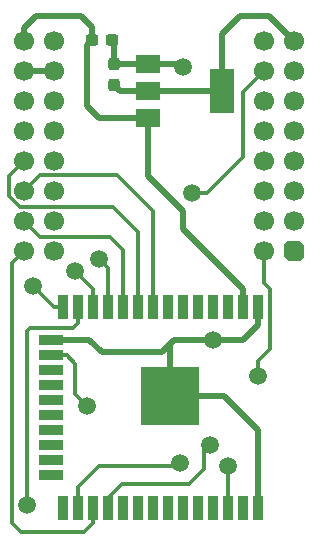
<source format=gbr>
%TF.GenerationSoftware,KiCad,Pcbnew,(6.0.1)*%
%TF.CreationDate,2022-11-17T23:20:32+08:00*%
%TF.ProjectId,ESP32_Adapter,45535033-325f-4416-9461-707465722e6b,rev?*%
%TF.SameCoordinates,Original*%
%TF.FileFunction,Copper,L1,Top*%
%TF.FilePolarity,Positive*%
%FSLAX46Y46*%
G04 Gerber Fmt 4.6, Leading zero omitted, Abs format (unit mm)*
G04 Created by KiCad (PCBNEW (6.0.1)) date 2022-11-17 23:20:32*
%MOMM*%
%LPD*%
G01*
G04 APERTURE LIST*
G04 Aperture macros list*
%AMRoundRect*
0 Rectangle with rounded corners*
0 $1 Rounding radius*
0 $2 $3 $4 $5 $6 $7 $8 $9 X,Y pos of 4 corners*
0 Add a 4 corners polygon primitive as box body*
4,1,4,$2,$3,$4,$5,$6,$7,$8,$9,$2,$3,0*
0 Add four circle primitives for the rounded corners*
1,1,$1+$1,$2,$3*
1,1,$1+$1,$4,$5*
1,1,$1+$1,$6,$7*
1,1,$1+$1,$8,$9*
0 Add four rect primitives between the rounded corners*
20,1,$1+$1,$2,$3,$4,$5,0*
20,1,$1+$1,$4,$5,$6,$7,0*
20,1,$1+$1,$6,$7,$8,$9,0*
20,1,$1+$1,$8,$9,$2,$3,0*%
%AMFreePoly0*
4,1,19,-0.850000,0.510000,-0.510000,0.850000,0.255000,0.850000,0.408997,0.829726,0.552500,0.770285,0.675729,0.675729,0.770285,0.552500,0.829726,0.408997,0.850000,0.255000,0.850000,-0.510000,0.510000,-0.850000,-0.255000,-0.850000,-0.408997,-0.829726,-0.552500,-0.770285,-0.675729,-0.675729,-0.770285,-0.552500,-0.829726,-0.408997,-0.850000,-0.255000,-0.850000,0.510000,-0.850000,0.510000,
$1*%
G04 Aperture macros list end*
%TA.AperFunction,ComponentPad*%
%ADD10FreePoly0,180.000000*%
%TD*%
%TA.AperFunction,ComponentPad*%
%ADD11C,1.700000*%
%TD*%
%TA.AperFunction,SMDPad,CuDef*%
%ADD12R,0.900000X2.000000*%
%TD*%
%TA.AperFunction,SMDPad,CuDef*%
%ADD13R,2.000000X0.900000*%
%TD*%
%TA.AperFunction,SMDPad,CuDef*%
%ADD14R,5.000000X5.000000*%
%TD*%
%TA.AperFunction,SMDPad,CuDef*%
%ADD15RoundRect,0.237500X0.237500X-0.300000X0.237500X0.300000X-0.237500X0.300000X-0.237500X-0.300000X0*%
%TD*%
%TA.AperFunction,SMDPad,CuDef*%
%ADD16RoundRect,0.237500X-0.300000X-0.237500X0.300000X-0.237500X0.300000X0.237500X-0.300000X0.237500X0*%
%TD*%
%TA.AperFunction,SMDPad,CuDef*%
%ADD17R,2.000000X1.500000*%
%TD*%
%TA.AperFunction,SMDPad,CuDef*%
%ADD18R,2.000000X3.800000*%
%TD*%
%TA.AperFunction,ViaPad*%
%ADD19C,1.500000*%
%TD*%
%TA.AperFunction,Conductor*%
%ADD20C,0.300000*%
%TD*%
%TA.AperFunction,Conductor*%
%ADD21C,0.500000*%
%TD*%
G04 APERTURE END LIST*
D10*
%TO.P,S2m1,1,EN*%
%TO.N,unconnected-(S2m1-Pad1)*%
X115824000Y-90002000D03*
D11*
%TO.P,S2m1,2,GPIO3*%
%TO.N,unconnected-(S2m1-Pad2)*%
X115824000Y-87462000D03*
%TO.P,S2m1,3,GPIO5*%
%TO.N,unconnected-(S2m1-Pad3)*%
X115824000Y-84922000D03*
%TO.P,S2m1,4,GPIO7*%
%TO.N,unconnected-(S2m1-Pad4)*%
X115824000Y-82382000D03*
%TO.P,S2m1,5,GPIO9*%
%TO.N,unconnected-(S2m1-Pad5)*%
X115824000Y-79842000D03*
%TO.P,S2m1,6,GPIO11*%
%TO.N,BTN_NEXT*%
X115824000Y-77302000D03*
%TO.P,S2m1,7,GPIO12*%
%TO.N,MT_SDA*%
X115824000Y-74762000D03*
%TO.P,S2m1,8,3V3*%
%TO.N,+3V3*%
X115824000Y-72222000D03*
%TO.P,S2m1,9,VBUS*%
%TO.N,+5V*%
X92964000Y-72222000D03*
%TO.P,S2m1,10,GND*%
%TO.N,GND*%
X92964000Y-74762000D03*
%TO.P,S2m1,11,XTAL_32K_N*%
%TO.N,unconnected-(S2m1-Pad11)*%
X92964000Y-77302000D03*
%TO.P,S2m1,12,DAC_2*%
%TO.N,unconnected-(S2m1-Pad12)*%
X92964000Y-79842000D03*
%TO.P,S2m1,13,GPIO33*%
%TO.N,WL*%
X92964000Y-82382000D03*
%TO.P,S2m1,14,GPIO35*%
%TO.N,VL*%
X92964000Y-84922000D03*
%TO.P,S2m1,15,GPIO37*%
%TO.N,UL*%
X92964000Y-87462000D03*
%TO.P,S2m1,16,MTCK*%
%TO.N,SERIAL_TX*%
X92964000Y-90002000D03*
%TO.P,S2m1,17,GPIO1*%
%TO.N,SERIAL_RX*%
X113284000Y-90002000D03*
%TO.P,S2m1,18,GPIO2*%
%TO.N,unconnected-(S2m1-Pad18)*%
X113284000Y-87462000D03*
%TO.P,S2m1,19,GPIO4*%
%TO.N,MT_CSN*%
X113284000Y-84922000D03*
%TO.P,S2m1,20,GPIO6*%
%TO.N,unconnected-(S2m1-Pad20)*%
X113284000Y-82382000D03*
%TO.P,S2m1,21,GPIO8*%
%TO.N,unconnected-(S2m1-Pad21)*%
X113284000Y-79842000D03*
%TO.P,S2m1,22,GPIO10*%
%TO.N,unconnected-(S2m1-Pad22)*%
X113284000Y-77302000D03*
%TO.P,S2m1,23,GPIO13*%
%TO.N,MT_SCL*%
X113284000Y-74762000D03*
%TO.P,S2m1,24,GPIO14*%
%TO.N,unconnected-(S2m1-Pad24)*%
X113284000Y-72222000D03*
%TO.P,S2m1,25,XTAL_32K_P*%
%TO.N,unconnected-(S2m1-Pad25)*%
X95504000Y-72222000D03*
%TO.P,S2m1,26,GND*%
%TO.N,GND*%
X95504000Y-74762000D03*
%TO.P,S2m1,27,DAC_1*%
%TO.N,unconnected-(S2m1-Pad27)*%
X95504000Y-77302000D03*
%TO.P,S2m1,28,GPIO21*%
%TO.N,unconnected-(S2m1-Pad28)*%
X95504000Y-79842000D03*
%TO.P,S2m1,29,GPIO34*%
%TO.N,WH*%
X95504000Y-82382000D03*
%TO.P,S2m1,30,GPIO36*%
%TO.N,VH*%
X95504000Y-84922000D03*
%TO.P,S2m1,31,GPIO38*%
%TO.N,UH*%
X95504000Y-87462000D03*
%TO.P,S2m1,32,MTDO*%
%TO.N,unconnected-(S2m1-Pad32)*%
X95504000Y-90002000D03*
%TD*%
D12*
%TO.P,ESP32,1,GND*%
%TO.N,GND*%
X112776000Y-94742000D03*
%TO.P,ESP32,2,VDD*%
%TO.N,+5V*%
X111506000Y-94742000D03*
%TO.P,ESP32,3,EN*%
%TO.N,unconnected-(ESP32-Pad3)*%
X110236000Y-94742000D03*
%TO.P,ESP32,4,SENSOR_VP*%
%TO.N,unconnected-(ESP32-Pad4)*%
X108966000Y-94742000D03*
%TO.P,ESP32,5,SENSOR_VN*%
%TO.N,unconnected-(ESP32-Pad5)*%
X107696000Y-94742000D03*
%TO.P,ESP32,6,IO34*%
%TO.N,unconnected-(ESP32-Pad6)*%
X106426000Y-94742000D03*
%TO.P,ESP32,7,IO35*%
%TO.N,unconnected-(ESP32-Pad7)*%
X105156000Y-94742000D03*
%TO.P,ESP32,8,IO32*%
%TO.N,VL*%
X103886000Y-94742000D03*
%TO.P,ESP32,9,IO33*%
%TO.N,WL*%
X102616000Y-94742000D03*
%TO.P,ESP32,10,IO25*%
%TO.N,UL*%
X101346000Y-94742000D03*
%TO.P,ESP32,11,IO26*%
%TO.N,UH*%
X100076000Y-94742000D03*
%TO.P,ESP32,12,IO27*%
%TO.N,VH*%
X98806000Y-94742000D03*
%TO.P,ESP32,13,IO14*%
%TO.N,MT_CSN*%
X97536000Y-94742000D03*
%TO.P,ESP32,14,IO12*%
%TO.N,WH*%
X96266000Y-94742000D03*
D13*
%TO.P,ESP32,15,GND*%
%TO.N,GND*%
X95266000Y-97527000D03*
%TO.P,ESP32,16,IO13*%
%TO.N,MT_SCL*%
X95266000Y-98797000D03*
%TO.P,ESP32,17,SHD/SD2*%
%TO.N,unconnected-(ESP32-Pad17)*%
X95266000Y-100067000D03*
%TO.P,ESP32,18,SWP/SD3*%
%TO.N,unconnected-(ESP32-Pad18)*%
X95266000Y-101337000D03*
%TO.P,ESP32,19,SCS/CMD*%
%TO.N,unconnected-(ESP32-Pad19)*%
X95266000Y-102607000D03*
%TO.P,ESP32,20,SCK/CLK*%
%TO.N,unconnected-(ESP32-Pad20)*%
X95266000Y-103877000D03*
%TO.P,ESP32,21,SDO/SD0*%
%TO.N,unconnected-(ESP32-Pad21)*%
X95266000Y-105147000D03*
%TO.P,ESP32,22,SDI/SD1*%
%TO.N,unconnected-(ESP32-Pad22)*%
X95266000Y-106417000D03*
%TO.P,ESP32,23,IO15*%
%TO.N,unconnected-(ESP32-Pad23)*%
X95266000Y-107687000D03*
%TO.P,ESP32,24,IO2*%
%TO.N,unconnected-(ESP32-Pad24)*%
X95266000Y-108957000D03*
D12*
%TO.P,ESP32,25,IO0*%
%TO.N,unconnected-(ESP32-Pad25)*%
X96266000Y-111742000D03*
%TO.P,ESP32,26,IO4*%
%TO.N,MT_SDA*%
X97536000Y-111742000D03*
%TO.P,ESP32,27,IO16*%
%TO.N,SERIAL_TX*%
X98806000Y-111742000D03*
%TO.P,ESP32,28,IO17*%
%TO.N,SERIAL_RX*%
X100076000Y-111742000D03*
%TO.P,ESP32,29,IO5*%
%TO.N,unconnected-(ESP32-Pad29)*%
X101346000Y-111742000D03*
%TO.P,ESP32,30,IO18*%
%TO.N,unconnected-(ESP32-Pad30)*%
X102616000Y-111742000D03*
%TO.P,ESP32,31,IO19*%
%TO.N,unconnected-(ESP32-Pad31)*%
X103886000Y-111742000D03*
%TO.P,ESP32,32,NC*%
%TO.N,unconnected-(ESP32-Pad32)*%
X105156000Y-111742000D03*
%TO.P,ESP32,33,IO21*%
%TO.N,unconnected-(ESP32-Pad33)*%
X106426000Y-111742000D03*
%TO.P,ESP32,34,RXD0/IO3*%
%TO.N,unconnected-(ESP32-Pad34)*%
X107696000Y-111742000D03*
%TO.P,ESP32,35,TXD0/IO1*%
%TO.N,unconnected-(ESP32-Pad35)*%
X108966000Y-111742000D03*
%TO.P,ESP32,36,IO22*%
%TO.N,BTN_NEXT*%
X110236000Y-111742000D03*
%TO.P,ESP32,37,IO23*%
%TO.N,unconnected-(ESP32-Pad37)*%
X111506000Y-111742000D03*
%TO.P,ESP32,38,GND*%
%TO.N,GND*%
X112776000Y-111742000D03*
D14*
%TO.P,ESP32,39,GND*%
X105276000Y-102242000D03*
%TD*%
D15*
%TO.P,C2,1*%
%TO.N,+3V3*%
X100584000Y-75893000D03*
%TO.P,C2,2*%
%TO.N,GND*%
X100584000Y-74168000D03*
%TD*%
D16*
%TO.P,C1,1*%
%TO.N,+5V*%
X98705500Y-72136000D03*
%TO.P,C1,2*%
%TO.N,GND*%
X100430500Y-72136000D03*
%TD*%
D17*
%TO.P,AMS1117,1,GND*%
%TO.N,GND*%
X103428000Y-74154000D03*
D18*
%TO.P,AMS1117,2,VO*%
%TO.N,+3V3*%
X109728000Y-76454000D03*
D17*
X103428000Y-76454000D03*
%TO.P,AMS1117,3,VI*%
%TO.N,+5V*%
X103428000Y-78754000D03*
%TD*%
D19*
%TO.N,MT_CSN*%
X93218000Y-111506000D03*
%TO.N,MT_SCL*%
X107188000Y-85090000D03*
X98298000Y-103124000D03*
%TO.N,SERIAL_RX*%
X112776000Y-100584000D03*
X108712000Y-106426000D03*
%TO.N,MT_SDA*%
X106172000Y-107950000D03*
%TO.N,BTN_NEXT*%
X110236000Y-108204000D03*
%TO.N,GND*%
X108966000Y-97536000D03*
%TO.N,WH*%
X93726000Y-92964000D03*
%TO.N,VH*%
X97282000Y-91694000D03*
%TO.N,UH*%
X99314000Y-90678000D03*
%TO.N,GND*%
X106426000Y-74422000D03*
%TD*%
D20*
%TO.N,MT_CSN*%
X93218000Y-96774000D02*
X93218000Y-111506000D01*
X97536000Y-96042000D02*
X97058000Y-96520000D01*
X97058000Y-96520000D02*
X93472000Y-96520000D01*
X97536000Y-94742000D02*
X97536000Y-96042000D01*
X93472000Y-96520000D02*
X93218000Y-96774000D01*
D21*
%TO.N,GND*%
X104648000Y-98552000D02*
X105673000Y-97527000D01*
X98486425Y-97527000D02*
X99511425Y-98552000D01*
X99511425Y-98552000D02*
X104648000Y-98552000D01*
X95266000Y-97527000D02*
X98486425Y-97527000D01*
D20*
%TO.N,MT_SCL*%
X111506000Y-76540000D02*
X113284000Y-74762000D01*
X111506000Y-82042000D02*
X111506000Y-76540000D01*
X108458000Y-85090000D02*
X111506000Y-82042000D01*
X107188000Y-85090000D02*
X108458000Y-85090000D01*
X97282000Y-102108000D02*
X98298000Y-103124000D01*
X97282000Y-99513000D02*
X97282000Y-101854000D01*
X97282000Y-101854000D02*
X97282000Y-102108000D01*
X96566000Y-98797000D02*
X97282000Y-99513000D01*
X95266000Y-98797000D02*
X96566000Y-98797000D01*
%TO.N,SERIAL_TX*%
X91948000Y-91018000D02*
X92964000Y-90002000D01*
X98056000Y-113792000D02*
X92710000Y-113792000D01*
X92710000Y-113792000D02*
X91948000Y-113030000D01*
X98806000Y-113042000D02*
X98056000Y-113792000D01*
X91948000Y-113030000D02*
X91948000Y-91018000D01*
X98806000Y-111742000D02*
X98806000Y-113042000D01*
%TO.N,SERIAL_RX*%
X113284000Y-92710000D02*
X113284000Y-90002000D01*
X113792000Y-93218000D02*
X113284000Y-92710000D01*
X113792000Y-98298000D02*
X113792000Y-93218000D01*
X112776000Y-99314000D02*
X113792000Y-98298000D01*
X112776000Y-100584000D02*
X112776000Y-99314000D01*
X108204000Y-106426000D02*
X108712000Y-106426000D01*
X106934000Y-109728000D02*
X108204000Y-108458000D01*
X101210978Y-109728000D02*
X106934000Y-109728000D01*
X108204000Y-108458000D02*
X108204000Y-106426000D01*
X100076000Y-110862978D02*
X101210978Y-109728000D01*
X100076000Y-111742000D02*
X100076000Y-110862978D01*
%TO.N,MT_SDA*%
X99314000Y-108204000D02*
X97536000Y-109982000D01*
X105918000Y-108204000D02*
X99314000Y-108204000D01*
X106172000Y-107950000D02*
X105918000Y-108204000D01*
X97536000Y-109982000D02*
X97536000Y-111742000D01*
%TO.N,BTN_NEXT*%
X110236000Y-111742000D02*
X110236000Y-108204000D01*
D21*
%TO.N,GND*%
X112776000Y-105156000D02*
X112776000Y-111742000D01*
X109862000Y-102242000D02*
X112776000Y-105156000D01*
X105276000Y-102242000D02*
X109862000Y-102242000D01*
X105276000Y-102242000D02*
X105276000Y-97924000D01*
X105673000Y-97527000D02*
X108957000Y-97527000D01*
X105276000Y-97924000D02*
X105673000Y-97527000D01*
%TO.N,+5V*%
X103428000Y-83616000D02*
X103428000Y-78754000D01*
X106426000Y-86614000D02*
X103428000Y-83616000D01*
X106426000Y-88162000D02*
X106426000Y-86614000D01*
X111506000Y-93242000D02*
X106426000Y-88162000D01*
X111506000Y-94742000D02*
X111506000Y-93242000D01*
%TO.N,GND*%
X111482000Y-97536000D02*
X108966000Y-97536000D01*
X112776000Y-96242000D02*
X111482000Y-97536000D01*
X112776000Y-94742000D02*
X112776000Y-96242000D01*
X108957000Y-97527000D02*
X108966000Y-97536000D01*
D20*
%TO.N,WH*%
X95504000Y-94742000D02*
X93726000Y-92964000D01*
X96266000Y-94742000D02*
X95504000Y-94742000D01*
%TO.N,VH*%
X98806000Y-93218000D02*
X97282000Y-91694000D01*
X98806000Y-94742000D02*
X98806000Y-93218000D01*
%TO.N,UH*%
X100076000Y-91440000D02*
X99314000Y-90678000D01*
X100076000Y-94742000D02*
X100076000Y-91440000D01*
%TO.N,UL*%
X94304489Y-88802489D02*
X92964000Y-87462000D01*
X100232489Y-88802489D02*
X94304489Y-88802489D01*
X101346000Y-89916000D02*
X100232489Y-88802489D01*
X101346000Y-94742000D02*
X101346000Y-89916000D01*
%TO.N,WL*%
X92608123Y-86262489D02*
X91694000Y-85348366D01*
X91694000Y-83652000D02*
X92964000Y-82382000D01*
X102616000Y-88392000D02*
X100486489Y-86262489D01*
X102616000Y-94742000D02*
X102616000Y-88392000D01*
X100486489Y-86262489D02*
X92608123Y-86262489D01*
X91694000Y-85348366D02*
X91694000Y-83652000D01*
%TO.N,VL*%
X94304489Y-83581511D02*
X92964000Y-84922000D01*
X100853511Y-83581511D02*
X94304489Y-83581511D01*
X103886000Y-86614000D02*
X100853511Y-83581511D01*
X103886000Y-94742000D02*
X103886000Y-86614000D01*
D21*
%TO.N,GND*%
X103428000Y-74154000D02*
X106158000Y-74154000D01*
X106158000Y-74154000D02*
X106426000Y-74422000D01*
X92964000Y-74762000D02*
X95504000Y-74762000D01*
X103414000Y-74168000D02*
X103428000Y-74154000D01*
X100584000Y-74168000D02*
X103414000Y-74168000D01*
%TO.N,+3V3*%
X113706000Y-70104000D02*
X115824000Y-72222000D01*
X111252000Y-70104000D02*
X113706000Y-70104000D01*
X109728000Y-71628000D02*
X111252000Y-70104000D01*
X109728000Y-76454000D02*
X109728000Y-71628000D01*
X103428000Y-76454000D02*
X109728000Y-76454000D01*
X101092000Y-76454000D02*
X103428000Y-76454000D01*
X100584000Y-75946000D02*
X101092000Y-76454000D01*
X100584000Y-75893000D02*
X100584000Y-75946000D01*
%TO.N,GND*%
X100584000Y-74168000D02*
X100584000Y-72289500D01*
X100584000Y-72289500D02*
X100430500Y-72136000D01*
%TO.N,+5V*%
X98298000Y-72543500D02*
X98705500Y-72136000D01*
X99328000Y-78754000D02*
X98298000Y-77724000D01*
X98298000Y-77724000D02*
X98298000Y-72543500D01*
X103428000Y-78754000D02*
X99328000Y-78754000D01*
X93980000Y-70104000D02*
X92964000Y-71120000D01*
X97790000Y-70104000D02*
X93980000Y-70104000D01*
X92964000Y-71120000D02*
X92964000Y-72222000D01*
X98705500Y-71019500D02*
X97790000Y-70104000D01*
X98705500Y-72136000D02*
X98705500Y-71019500D01*
%TD*%
M02*

</source>
